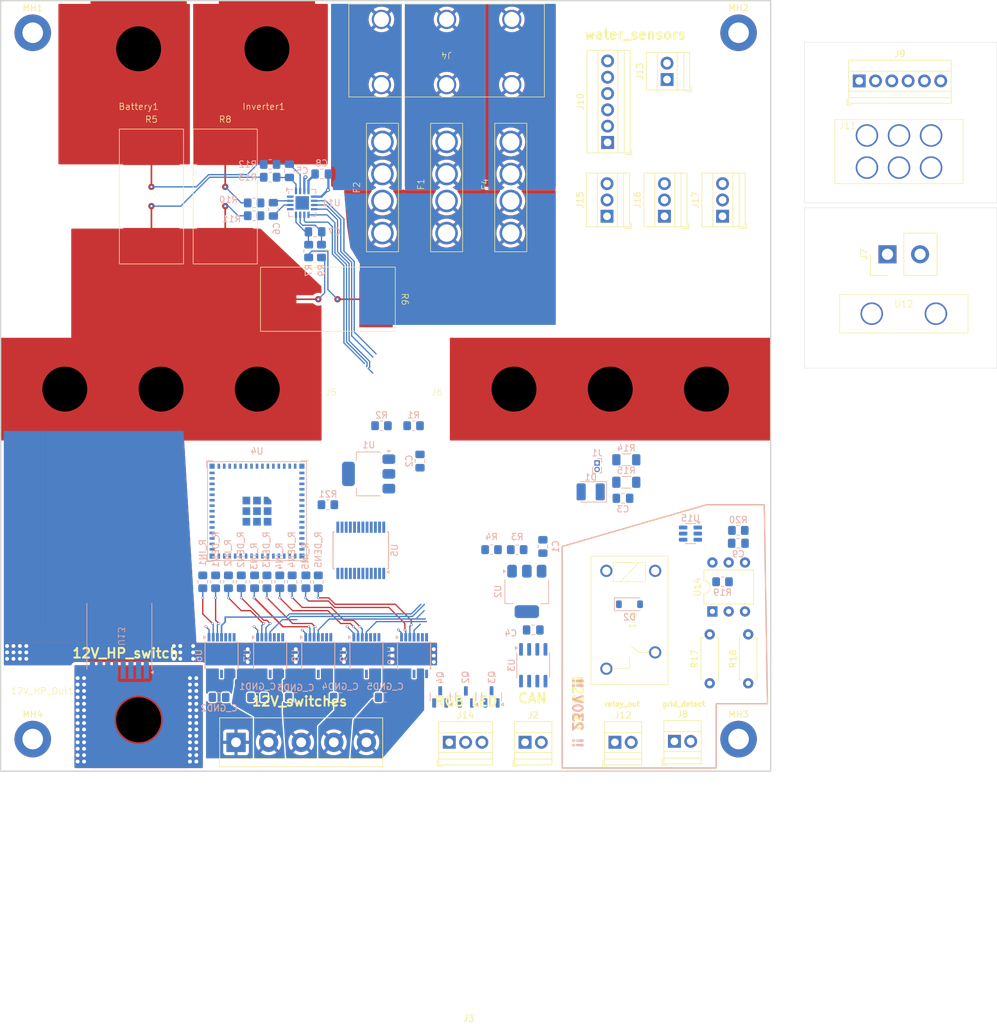
<source format=kicad_pcb>
(kicad_pcb (version 20240108) (generator "pcbnew") (generator_version "8.0")
  (layers (0 "F.Cu" signal) (31 "B.Cu" signal) (34 "B.Paste" user) (35 "F.Paste" user) (36 "B.SilkS" user "B.Silkscreen") (37 "F.SilkS" user "F.Silkscreen") (38 "B.Mask" user) (39 "F.Mask" user) (44 "Edge.Cuts" user))
  (net 0 "")
  (net 1 "GND")
  (net 2 "+3.3V")
  (net 3 "+5V")
  (net 4 "Net-(J3-Pin_1)")
  (net 5 "Net-(J3-Pin_2)")
  (net 6 "Net-(J3-Pin_3)")
  (net 7 "Net-(J3-Pin_4)")
  (net 8 "Net-(J3-Pin_5)")
  (net 9 "Net-(U1-ADJ)")
  (net 10 "Net-(U2-ADJ)")
  (net 11 "Net-(U6-DEN)")
  (net 12 "Net-(U7-DEN)")
  (net 13 "Net-(U11-IN+3)")
  (net 14 "Net-(U8-DEN)")
  (net 15 "Net-(U11-IN-3)")
  (net 16 "Net-(U11-IN+2)")
  (net 17 "Net-(U9-DEN)")
  (net 18 "Net-(U10-DEN)")
  (net 19 "Net-(U11-IN-2)")
  (net 20 "Net-(U11-IN-1)")
  (net 21 "Net-(U6-IN)")
  (net 22 "Net-(U7-IN)")
  (net 23 "Net-(U11-IN+1)")
  (net 24 "/central_control_unit/HP_GND")
  (net 25 "Net-(U8-IN)")
  (net 26 "Net-(U9-IN)")
  (net 27 "Net-(U10-IN)")
  (net 28 "Net-(F1-Pad1)")
  (net 29 "/central_control_unit/CAN_L")
  (net 30 "/central_control_unit/CAN_H")
  (net 31 "Net-(J11-lvl_1)")
  (net 32 "Net-(J11-lvl_2)")
  (net 33 "/central_control_unit/AC_DETECT")
  (net 34 "Net-(J11-lvl_5)")
  (net 35 "/central_control_unit/230V/V_Bat")
  (net 36 "Net-(D2-A)")
  (net 39 "Net-(J11-lvl_4)")
  (net 41 "/water_sensor/COM")
  (net 42 "Net-(J11-lvl_3)")
  (net 44 "Net-(J8-Pin_2)")
  (net 47 "Net-(J8-Pin_1)")
  (net 48 "/high_power/RSH5_HI")
  (net 49 "/central_control_unit/ws_lvl_1")
  (net 50 "/high_power/RSH5_LO")
  (net 54 "/central_control_unit/ws_lvl_2")
  (net 55 "/central_control_unit/water_sens_enable")
  (net 56 "/high_power/RSH6_HI")
  (net 58 "/central_control_unit/ws_lvl_4")
  (net 59 "/high_power/RSH6_LO")
  (net 81 "/high_power/RSH8_LO")
  (net 82 "/high_power/RSH8_HI")
  (net 83 "/central_control_unit/SDA")
  (net 84 "/central_control_unit/SCL")
  (net 85 "/central_control_unit/CH1_DIAG_EN")
  (net 86 "/central_control_unit/CH2_DAIG_EN")
  (net 87 "/central_control_unit/CH3_DAIG_EN")
  (net 88 "/central_control_unit/CH4_DAIG_EN")
  (net 89 "/central_control_unit/CH5_DAIG_EN")
  (net 90 "/central_control_unit/CH1_IN")
  (net 91 "/central_control_unit/CH2_IN")
  (net 92 "/central_control_unit/CH3_IN")
  (net 93 "/central_control_unit/CH4_IN")
  (net 94 "/central_control_unit/CH5_IN")
  (net 95 "/central_control_unit/CAN_RX")
  (net 96 "/central_control_unit/CAN_TX")
  (net 97 "/central_control_unit/CAN_SLEEP")
  (net 98 "/central_control_unit/DAC_2")
  (net 99 "/central_control_unit/strap pin")
  (net 100 "/central_control_unit/DAC_1")
  (net 101 "/central_control_unit/CH4_DIAG")
  (net 102 "/central_control_unit/CH3_DIAG")
  (net 103 "/central_control_unit/CH1_DIAG")
  (net 104 "/central_control_unit/CH2_DIAG")
  (net 105 "/central_control_unit/CH5_DIAG")
  (net 106 "/central_control_unit/MUX_ANALOG_COM")
  (net 107 "/central_control_unit/V_Bat")
  (net 108 "unconnected-(U11-WARNING-Pad8)")
  (net 110 "unconnected-(U11-PV-Pad10)")
  (net 111 "unconnected-(U11-CRITICAL-Pad9)")
  (net 114 "Net-(Battery1-Pad1)")
  (net 115 "Net-(Inverter1-Pad1)")
  (net 116 "/central_control_unit/12V_MCU")
  (net 117 "Net-(C3-Pad1)")
  (net 118 "Net-(R4-Pad2)")
  (net 119 "Net-(U3-VIO)")
  (net 120 "/central_control_unit/MUX_S2")
  (net 121 "/central_control_unit/MUX_S3")
  (net 122 "/central_control_unit/MUX_S1")
  (net 123 "/central_control_unit/MUX_S0")
  (net 124 "/central_control_unit/ws_lvl_5")
  (net 125 "Net-(J4-Pin_2)")
  (net 126 "Net-(J4-Pin_3)")
  (net 127 "Net-(J4-Pin_1)")
  (net 128 "/central_control_unit/ws_lvl_3")
  (net 129 "Net-(J12-Pin_1)")
  (net 130 "Net-(J12-Pin_2)")
  (net 131 "Net-(R17-Pad2)")
  (net 132 "Net-(R18-Pad2)")
  (net 133 "/central_control_unit/RELAY_IN")
  (net 134 "Net-(R20-Pad2)")
  (net 135 "/central_control_unit/LED_G")
  (net 136 "/central_control_unit/LED_R")
  (net 137 "/central_control_unit/LED_B")
  (net 147 "/central_control_unit/230V/HP_GND")
  (net 149 "Net-(12V_HP_Out1-Pad1)")
  (net 150 "/central_control_unit/grey_water_tank_full")
  (net 151 "Net-(J14-Pin_1)")
  (net 152 "Net-(J14-Pin_3)")
  (net 153 "Net-(J14-Pin_2)")
  (net 154 "/central_control_unit/LED_control/V_Bat")
  (net 155 "/central_control_unit/temp_sensors/1-WIRE")
  (net 156 "+3V3")
  (footprint "TerminalBlock:TerminalBlock_Xinya_XY308-2.54-3P_1x03_P2.54mm_Horizontal" (layer "F.Cu") (at 114.5 53.58 90)
    (property "Reference" "J15")
    (property "Value" "Conn_01x03")
  )
  (footprint "TerminalBlock:TerminalBlock_Xinya_XY308-2.54-2P_1x02_P2.54mm_Horizontal" (layer "F.Cu") (at 115.725 135.5)
    (property "Reference" "J12")
    (property "Value" "Conn_01x02")
  )
  (footprint "MountingHole:MountingHole_3.2mm_M3_ISO7380_Pad_TopBottom" (layer "F.Cu") (at 25 25)
    (property "Reference" "MH1")
    (property "Value" "MH")
  )
  (footprint "HeavyDuty:high_current_pad" (layer "F.Cu") (at 41.5 132)
    (property "Reference" "12V_HP_Out1")
    (property "Value" "~")
  )
  (footprint "MountingHole:MountingHole_3.2mm_M3_ISO7380_Pad_TopBottom" (layer "F.Cu") (at 25 135)
    (property "Reference" "MH4")
    (property "Value" "MH")
  )
  (footprint "TerminalBlock:TerminalBlock_Xinya_XY308-2.54-3P_1x03_P2.54mm_Horizontal" (layer "F.Cu") (at 123.45 53.58 90)
    (property "Reference" "J16")
    (property "Value" "Conn_01x03")
  )
  (footprint "TerminalBlock:TerminalBlock_Xinya_XY308-2.54-6P_1x06_P2.54mm_Horizontal" (layer "F.Cu") (at 153.8 32.5)
    (property "Reference" "J9")
    (property "Value" "water_sensor_conn")
  )
  (footprint "TerminalBlock:TerminalBlock_Xinya_XY308-2.54-2P_1x02_P2.54mm_Horizontal" (layer "F.Cu") (at 125 135.35)
    (property "Reference" "J8")
    (property "Value" "Conn_01x02")
  )
  (footprint "TerminalBlock:TerminalBlock_Xinya_XY308-2.54-3P_1x03_P2.54mm_Horizontal" (layer "F.Cu") (at 132.5 53.58 90)
    (property "Reference" "J17")
    (property "Value" "Conn_01x03")
  )
  (footprint "MountingHole:MountingHole_3.2mm_M3_ISO7380_Pad_TopBottom" (layer "F.Cu") (at 135 135)
    (property "Reference" "MH3")
    (property "Value" "MH")
  )
  (footprint "HeavyDuty:2_water_sensor_rods" (layer "F.Cu") (at 160.75 68.75)
    (property "Reference" "U12")
    (property "Value" "~")
  )
  (footprint "Resistor_THT:R_Axial_DIN0207_L6.3mm_D2.5mm_P7.62mm_Horizontal" (layer "F.Cu") (at 130.5 126.31 90)
    (property "Reference" "R17")
    (property "Value" "100k")
  )
  (footprint "Connector_Samtec_HPM_THT:Samtec_HPM-02-01-x-S_Straight_1x02_Pitch5.08mm" (layer "F.Cu") (at 158.205 59.5 90)
    (property "Reference" "J7")
    (property "Value" "Conn_01x02")
  )
  (footprint "HeavyDuty:MSRSF_shunt_resistor" (layer "F.Cu") (at 71 66.5 180)
    (property "Reference" "R6")
    (property "Value" "0.003 Ohm 10W")
  )
  (footprint "HeavyDuty:half_busbar-15mm" (layer "F.Cu") (at 45 80.5)
    (property "Reference" "J5")
    (property "Value" "12V_BusBar")
  )
  (footprint "HeavyDuty:ATO_fuse_holder" (layer "F.Cu") (at 99.5 49.1 90)
    (property "Reference" "F4")
    (property "Value" "20A")
  )
  (footprint "HeavyDuty:MSRSF_shunt_resistor" (layer "F.Cu") (at 43.5 50.5 -90)
    (property "Reference" "R5")
    (property "Value" "0.001 Ohm 10W")
  )
  (footprint "HeavyDuty:water_sensor_rods" (layer "F.Cu") (at 160 43.5)
    (property "Reference" "J11")
    (property "Value" "~")
  )
  (footprint "HeavyDuty:3p_terminal" (layer "F.Cu") (at 89.5 28 180)
    (property "Reference" "J4")
    (property "Value" "Chargers_Conn")
  )
  (footprint "TerminalBlock:TerminalBlock_Xinya_XY308-2.54-6P_1x06_P2.54mm_Horizontal" (layer "F.Cu") (at 114.585 42.085 90)
    (property "Reference" "J10")
    (property "Value" "water_sensor_conn")
  )
  (footprint "Resistor_THT:R_Axial_DIN0207_L6.3mm_D2.5mm_P7.62mm_Horizontal" (layer "F.Cu") (at 136.5 126.31 90)
    (property "Reference" "R18")
    (property "Value" "100k")
  )
  (footprint "TerminalBlock:TerminalBlock_bornier-5_P5.08mm" (layer "F.Cu") (at 56.68 135.5)
    (property "Reference" "J3")
    (property "Value" "Conn 12V Out 5ch")
  )
  (footprint "HeavyDuty:MSRSF_shunt_resistor" (layer "F.Cu") (at 55 50.5 -90)
    (property "Reference" "R8")
    (property "Value" "0.001 Ohm 10W")
  )
  (footprint "TerminalBlock:TerminalBlock_Xinya_XY308-2.54-2P_1x02_P2.54mm_Horizontal" (layer "F.Cu") (at 101.725 135.5)
    (property "Reference" "J2")
    (property "Value" "CAN")
  )
  (footprint "HeavyDuty:PRE29-same-sky" (layer "F.Cu") (at 119 116.5 -90)
    (property "Reference" "RL1")
    (property "Value" "AZSR131-1AE-12D")
  )
  (footprint "TerminalBlock:TerminalBlock_Xinya_XY308-2.54-3P_1x03_P2.54mm_Horizontal" (layer "F.Cu") (at 89.92 135.5)
    (property "Reference" "J14")
    (property "Value" "Conn_01x03")
  )
  (footprint "TerminalBlock:TerminalBlock_Xinya_XY308-2.54-2P_1x02_P2.54mm_Horizontal" (layer "F.Cu") (at 123.85 32.275 90)
    (property "Reference" "J13")
    (property "Value" "grey_water_sensor")
  )
  (footprint "HeavyDuty:half_busbar-15mm" (layer "F.Cu") (at 115 80.5)
    (property "Reference" "J6")
    (property "Value" "GND_Busbar")
  )
  (footprint "HeavyDuty:ATO_fuse_holder" (layer "F.Cu") (at 89.5 49.1 90)
    (property "Reference" "F1")
    (property "Value" "20A")
  )
  (footprint "HeavyDuty:high_current_pad" (layer "F.Cu") (at 41.5 27.5)
    (property "Reference" "Battery1")
    (property "Value" "~")
  )
  (footprint "HeavyDuty:high_current_pad" (layer "F.Cu") (at 61.5 27.5 90)
    (property "Reference" "Inverter1")
    (property "Value" "~")
  )
  (footprint "HeavyDuty:ATO_fuse_holder" (layer "F.Cu") (at 79.5 49.1 90)
    (property "Reference" "F2")
    (property "Value" "20A")
  )
  (footprint "Package_DIP:DIP-6_W7.62mm" (layer "F.Cu") (at 130.92 115.12 90)
    (property "Reference" "U14")
    (property "Value" "H11AA1")
  )
  (footprint "MountingHole:MountingHole_3.2mm_M3_ISO7380_Pad_TopBottom" (layer "F.Cu") (at 135 25)
    (property "Reference" "MH2")
    (property "Value" "MH")
  )
  (footprint "Resistor_SMD:R_1206_3216Metric_Pad1.30x1.75mm_HandSolder" (layer "B.Cu") (at 117.5 95 180)
    (property "Reference" "R15")
    (property "Value" "4.7k")
  )
  (footprint "Resistor_SMD:R_0805_2012Metric_Pad1.20x1.40mm_HandSolder" (layer "B.Cu") (at 62 45.5)
    (property "Reference" "R12")
    (property "Value" "10 ohm")
  )
  (footprint "HeavyDuty:PG-HSOF-8" (layer "B.Cu") (at 38 119 90)
    (property "Reference" "U13")
    (property "Value" "BTS50010")
  )
  (footprint "PCM_Espressif:ESP32-S2-MINI-1U" (layer "B.Cu") (at 59.95 99.5 180)
    (property "Reference" "U4")
    (property "Value" "ESP32-S3-MINI-1U")
  )
  (footprint "Resistor_SMD:R_0805_2012Metric_Pad1.20x1.40mm_HandSolder" (layer "B.Cu") (at 59.5 51.5)
    (property "Reference" "R10")
    (property "Value" "10 ohm")
  )
  (footprint "Resistor_SMD:R_0805_2012Metric_Pad1.20x1.40mm_HandSolder" (layer "B.Cu") (at 65.425 110.5 -90)
    (property "Reference" "R_DEN4")
    (property "Value" "4.7k")
  )
  (footprint "Package_SO:SOIC-8_3.9x4.9mm_P1.27mm" (layer "B.Cu") (at 103 123.5 -90)
    (property "Reference" "U3")
    (property "Value" "TJA1051T-3")
  )
  (footprint "Capacitor_SMD:C_0805_2012Metric_Pad1.18x1.45mm_HandSolder" (layer "B.Cu") (at 103 118)
    (property "Reference" "C4")
    (property "Value" "22uF")
  )
  (footprint "Package_TO_SOT_SMD:SOT-223-3_TabPin2" (layer "B.Cu") (at 102 112 -90)
    (property "Reference" "U2")
    (property "Value" "AZ1117-ADJ")
  )
  (footprint "Connector_PinHeader_1.00mm:PinHeader_1x02_P1.00mm_Vertical" (layer "B.Cu") (at 112.95 92 180)
    (property "Reference" "J1")
    (property "Value" "GND NetTie")
  )
  (footprint "Resistor_SMD:R_0805_2012Metric_Pad1.20x1.40mm_HandSolder" (layer "B.Cu") (at 61.5 110.5 -90)
    (property "Reference" "R_DEN3")
    (property "Value" "4.7k")
  )
  (footprint "Package_SO:SSOP-24_5.3x8.2mm_P0.65mm" (layer "B.Cu") (at 76.125 105.6 90)
    (property "Reference" "U5")
    (property "Value" "CD74HC4067SM")
  )
  (footprint "Capacitor_SMD:C_0805_2012Metric_Pad1.18x1.45mm_HandSolder" (layer "B.Cu") (at 60.0375 128.5 180)
    (property "Reference" "C_GND1")
    (property "Value" "10nF")
  )
  (footprint "Resistor_SMD:R_0805_2012Metric_Pad1.20x1.40mm_HandSolder" (layer "B.Cu") (at 51.5 110.5 -90)
    (property "Reference" "R_IN1")
    (property "Value" "4.7k")
  )
  (footprint "Capacitor_SMD:C_0805_2012Metric_Pad1.18x1.45mm_HandSolder" (layer "B.Cu") (at 54.0375 128.5)
    (property "Reference" "C_GND2")
    (property "Value" "10nF")
  )
  (footprint "Resistor_SMD:R_0805_2012Metric_Pad1.20x1.40mm_HandSolder" (layer "B.Cu") (at 100.5 105.5 180)
    (property "Reference" "R3")
    (property "Value" "125")
  )
  (footprint "Resistor_SMD:R_0805_2012Metric_Pad1.20x1.40mm_HandSolder" (layer "B.Cu") (at 69.5 110.5 -90)
    (property "Reference" "R_DEN5")
    (property "Value" "4.7k")
  )
  (footprint "Package_SO:Infineon_PG-TSDSO-14-22" (layer "B.Cu") (at 69.5 122 -90)
    (property "Reference" "U8")
    (property "Value" "BTS7006")
  )
  (footprint "Resistor_SMD:R_0805_2012Metric_Pad1.20x1.40mm_HandSolder" (layer "B.Cu") (at 62 47.5)
    (property "Reference" "R13")
    (property "Value" "10 ohm")
  )
  (footprint "Resistor_SMD:R_0805_2012Metric_Pad1.20x1.40mm_HandSolder" (layer "B.Cu") (at 79.35 86.2 180)
    (property "Reference" "R2")
    (property "Value" "205")
  )
  (footprint "Resistor_SMD:R_0805_2012Metric_Pad1.20x1.40mm_HandSolder" (layer "B.Cu") (at 59.575 110.5 -90)
    (property "Reference" "R_IN3")
    (property "Value" "4.7k")
  )
  (footprint "Package_TO_SOT_SMD:SOT-223-3_TabPin2" (layer "B.Cu") (at 77.35 93.7 180)
    (property "Reference" "U1")
    (property "Value" "AZ1117-ADJ")
  )
  (footprint "Package_TO_SOT_SMD:SOT-23" (layer "B.Cu") (at 88.5 128.4375 90)
    (property "Reference" "Q4")
    (property "Value" "DMN2040U")
  )
  (footprint "Package_SO:Infineon_PG-TSDSO-14-22" (layer "B.Cu") (at 77 122 -90)
    (property "Reference" "U9")
    (property "Value" "BTS7006")
  )
  (footprint "Resistor_SMD:R_0805_2012Metric_Pad1.20x1.40mm_HandSolder" (layer "B.Cu") (at 132.5 110.5)
    (property "Reference" "R19")
    (property "Value" "4.7kΩ")
  )
  (footprint "Resistor_SMD:R_0805_2012Metric_Pad1.20x1.40mm_HandSolder" (layer "B.Cu") (at 59.5 53.5)
    (property "Reference" "R11")
    (property "Value" "10 ohm")
  )
  (footprint "Capacitor_SMD:C_0805_2012Metric_Pad1.18x1.45mm_HandSolder" (layer "B.Cu") (at 62.5 52.5 -90)
    (property "Reference" "C6")
    (property "Value" "1uF")
  )
  (footprint "Capacitor_SMD:C_0805_2012Metric_Pad1.18x1.45mm_HandSolder" (layer "B.Cu") (at 104.5 105 -90)
    (property "Reference" "C1")
    (property "Value" "10uF")
  )
  (footprint "Capacitor_SMD:C_0805_2012Metric_Pad1.18x1.45mm_HandSolder" (layer "B.Cu") (at 69 56)
    (property "Reference" "C7")
    (property "Value" "1uF")
  )
  (footprint "Resistor_SMD:R_0805_2012Metric_Pad1.20x1.40mm_HandSolder" (layer "B.Cu") (at 53.5 110.5 -90)
    (property "Reference" "R_DEN1")
    (property "Value" "4.7k")
  )
  (footprint "Capacitor_SMD:C_0805_2012Metric_Pad1.18x1.45mm_HandSolder" (layer "B.Cu") (at 79.925 128.5 180)
    (property "Reference" "C_GND5")
    (property "Value" "10nF")
  )
  (footprint "Package_SO:Infineon_PG-TSDSO-14-22" (layer "B.Cu") (at 84.425 122 -90)
    (property "Reference" "U10")
    (property "Value" "BTS7006")
  )
  (footprint "Capacitor_SMD:C_0805_2012Metric_Pad1.18x1.45mm_HandSolder" (layer "B.Cu") (at 72.925 128.5 180)
    (property "Reference" "C_GND4")
    (property "Value" "10nF")
  )
  (footprint "Capacitor_SMD:C_0805_2012Metric_Pad1.18x1.45mm_HandSolder" (layer "B.Cu") (at 85.35 91.7 -90)
    (property "Reference" "C2")
    (property "Value" "10uF")
  )
  (footprint "Resistor_SMD:R_0805_2012Metric_Pad1.20x1.40mm_HandSolder" (layer "B.Cu") (at 134.9625 102.5 180)
    (property "Reference" "R20")
    (property "Value" "50 Ohm")
  )
  (footprint "Resistor_SMD:R_0805_2012Metric_Pad1.20x1.40mm_HandSolder" (layer "B.Cu") (at 55.5 110.5 -90)
    (property "Reference" "R_IN2")
    (property "Value" "4.7k")
  )
  (footprint "Capacitor_SMD:C_0805_2012Metric_Pad1.18x1.45mm_HandSolder" (layer "B.Cu") (at 70.0375 47 180)
    (property "Reference" "C8")
    (property "Value" "1uF")
  )
  (footprint "Resistor_SMD:R_0805_2012Metric_Pad1.20x1.40mm_HandSolder" (layer "B.Cu") (at 68 59 90)
    (property "Reference" "R7")
    (property "Value" "10 ohm")
  )
  (footprint "Resistor_SMD:R_0805_2012Metric_Pad1.20x1.40mm_HandSolder" (layer "B.Cu") (at 67.575 110.5 -90)
    (property "Reference" "R_IN5")
    (property "Value" "4.7k")
  )
  (footprint "Resistor_SMD:R_1206_3216Metric_Pad1.30x1.75mm_HandSolder" (layer "B.Cu") (at 117.5 91.5 180)
    (property "Reference" "R14")
    (property "Value" "4.7k	")
  )
  (footprint "Resistor_SMD:R_0805_2012Metric_Pad1.20x1.40mm_HandSolder" (layer "B.Cu") (at 84.35 86.2 180)
    (property "Reference" "R1")
    (property "Value" "125")
  )
  (footprint "Capacitor_SMD:C_0805_2012Metric_Pad1.18x1.45mm_HandSolder" (layer "B.Cu") (at 65.925 128.5 180)
    (property "Reference" "C_GND3")
    (property "Value" "10nF")
  )
  (footprint "Resistor_SMD:R_0805_2012Metric_Pad1.20x1.40mm_HandSolder" (layer "B.Cu") (at 63.5 110.5 -90)
    (property "Reference" "R_IN4")
    (property "Value" "4.7k")
  )
  (footprint "Package_TO_SOT_SMD:SOT-23" (layer "B.Cu") (at 96.5 128.4375 90)
    (property "Reference" "Q3")
    (property "Value" "DMN2040U")
  )
  (footprint "Package_SO:Infineon_PG-TSDSO-14-22" (layer "B.Cu") (at 62 122 -90)
    (property "Reference" "U7")
    (property "Value" "BTS7006")
  )
  (footprint "Package_SO:Infineon_PG-TSDSO-14-22" (layer "B.Cu") (at 54.425 122 -90)
    (property "Reference" "U6")
    (property "Value" "BTS7006")
  )
  (footprint "Diode_SMD:D_1210_3225Metric_Pad1.42x2.65mm_HandSolder" (layer "B.Cu") (at 111.95 96.5 180)
    (property "Reference" "D1")
    (property "Value" "D")
  )
  (footprint "Resistor_SMD:R_0805_2012Metric_Pad1.20x1.40mm_HandSolder" (layer "B.Cu") (at 70 59 90)
    (property "Reference" "R9")
    (property "Value" "10 ohm")
  )
  (footprint "Resistor_SMD:R_0805_2012Metric_Pad1.20x1.40mm_HandSolder" (layer "B.Cu") (at 96.5 105.5 180)
    (property "Reference" "R4")
    (property "Value" "370")
  )
  (footprint "Resistor_SMD:R_0805_2012Metric_Pad1.20x1.40mm_HandSolder" (layer "B.Cu") (at 71 98.5 180)
    (property "Reference" "R21")
    (property "Value" "4.7k")
  )
  (footprint "Capacitor_SMD:C_0805_2012Metric_Pad1.18x1.45mm_HandSolder" (layer "B.Cu") (at 65 46.5 -90)
    (property "Reference" "C5")
    (property "Value" "1uF")
  )
  (footprint "Capacitor_SMD:C_0805_2012Metric_Pad1.18x1.45mm_HandSolder" (layer "B.Cu") (at 116.9875 97.5)
    (property "Reference" "C3")
    (property "Value" "22uF")
  )
  (footprint "Package_DFN_QFN:Texas_RGV0016A_VQFN-16-1EP_4x4mm_P0.65mm_EP2.1x2.1mm" (layer "B.Cu") (at 67 51.5 -90)
    (property "Reference" "U11")
    (property "Value" "INA3221")
  )
  (footprint "Package_TO_SOT_SMD:SOT-23-6" (layer "B.Cu") (at 127.5 103 180)
    (property "Reference" "U15")
    (property "Value" "CNY17-1")
  )
  (footprint "Resistor_SMD:R_0805_2012Metric_Pad1.20x1.40mm_HandSolder" (layer "B.Cu") (at 57.5 110.5 -90)
    (property "Reference" "R_DEN2")
    (property "Value" "4.7k")
  )
  (footprint "Package_TO_SOT_SMD:SOT-23" (layer "B.Cu") (at 92.5 128.4375 90)
    (property "Reference" "Q2")
    (property "Value" "DMN2040U")
  )
  (footprint "Diode_SMD:D_SOD-123" (layer "B.Cu") (at 118 114)
    (property "Reference" "D2")
    (property "Value" "1N4148W")
  )
  (footprint "Capacitor_SMD:C_0805_2012Metric_Pad1.18x1.45mm_HandSolder" (layer "B.Cu") (at 134.9625 104.5)
    (property "Reference" "C9")
    (property "Value" "4.7uF")
  )
  (gr_poly (pts (xy 131.5 139.5) (xy 131.5 129.5) (xy 139.5 129.5) (xy 139 98.5) (xy 130 98.5) (xy 107.5 105) (xy 107.5 131) (xy 107.5 131) (xy 107.5 139.5)) (stroke (width 0.2)) (fill none) (layer "B.SilkS"))
  (gr_poly (pts (xy 131.5 139.5) (xy 131.5 129.5) (xy 139.5 129.5) (xy 139 98.5) (xy 130 98.5) (xy 107.5 105) (xy 107.5 131) (xy 107.5 131) (xy 107.5 139.5)) (stroke (width 0.2)) (fill none) (layer "F.SilkS"))
  (gr_rect (start 20 20) (end 140 140) (stroke (width 0.2)) (fill none) (layer "Edge.Cuts"))
  (gr_rect (start 145.25 52.25) (end 175.25 77.25) (stroke (width 0.05)) (fill none) (layer "Edge.Cuts"))
  (gr_rect (start 145.25 26.5) (end 175.25 51.5) (stroke (width 0.05)) (fill none) (layer "Edge.Cuts"))
  (gr_text "!! 230V !!" (at 109 136.5 -90) (layer "B.SilkS") (effects (font (size 1.5 1.5) (thickness 0.3) (bold yes)) (justify left bottom mirror)))
  (gr_text "relay_out" (at 114 130 0) (layer "F.SilkS") (effects (font (size 0.8 0.8) (thickness 0.2) (bold yes)) (justify left bottom)))
  (gr_text "!!230V!!" (at 109 125 -90) (layer "F.SilkS") (effects (font (size 1.5 1.5) (thickness 0.3) (bold yes)) (justify left bottom)))
  (gr_text "12V_HP_switch" (at 31 122.5 0) (layer "F.SilkS") (effects (font (size 1.5 1.5) (thickness 0.3) (bold yes)) (justify left bottom)))
  (gr_text "CAN\n" (at 100.5 129.5 0) (layer "F.SilkS") (effects (font (size 1.5 1.5) (thickness 0.3) (bold yes)) (justify left bottom)))
  (gr_text "RGB LED" (at 87.5 130 0) (layer "F.SilkS") (effects (font (size 1.5 1.5) (thickness 0.3) (bold yes)) (justify left bottom)))
  (gr_text "grid_detect" (at 123 130 0) (layer "F.SilkS") (effects (font (size 0.8 0.8) (thickness 0.2) (bold yes)) (justify left bottom)))
  (gr_text "12V_switches" (at 59 130 0) (layer "F.SilkS") (effects (font (size 1.5 1.5) (thickness 0.3) (bold yes)) (justify left bottom)))
  (gr_text "water_sensors\n" (at 110.85 26.155 0) (layer "F.SilkS") (effects (font (size 1.5 1.5) (thickness 0.3) (bold yes)) (justify left bottom)))
  (via (at 67.5 47.5) (size 0.6) (drill 0.3) (layers "F.Cu" "B.Cu") (net 1))
  (via (at 71 49.5) (size 0.6) (drill 0.3) (layers "F.Cu" "B.Cu") (net 1))
  (segment (start 71.075 49.425) (end 71.075 47) (width 0.35) (layer "B.Cu") (net 1))
  (segment (start 67.5 47.5) (end 67.325 47.675) (width 0.35) (layer "B.Cu") (net 1))
  (segment (start 71 49.5) (end 71.075 49.425) (width 0.35) (layer "B.Cu") (net 1))
  (segment (start 68.8625 50.525) (end 69.975 50.525) (width 0.35) (layer "B.Cu") (net 1))
  (segment (start 67.325 47.675) (end 67.325 49.6375) (width 0.35) (layer "B.Cu") (net 1))
  (segment (start 69.975 50.525) (end 71 49.5) (width 0.35) (layer "B.Cu") (net 1))
  (segment (start 67.975 48.025) (end 69 47) (width 0.35) (layer "B.Cu") (net 2))
  (segment (start 67.975 49.6375) (end 67.975 48.025) (width 0.35) (layer "B.Cu") (net 2))
  (segment (start 53.5 113) (end 53.5 116) (width 0.2) (layer "F.Cu") (net 11))
  (segment (start 54 117) (end 53.5 116.5) (width 0.2) (layer "F.Cu") (net 11))
  (segment (start 53.5 116.5) (end 53.5 116) (width 0.2) (layer "F.Cu") (net 11))
  (via (at 53.5 113) (size 0.4) (drill 0.25) (layers "F.Cu" "B.Cu") (net 11))
  (via (at 54 117) (size 0.4) (drill 0.25) (layers "F.Cu" "B.Cu") (net 11))
  (segment (start 53.775 117.225) (end 53.775 119.15) (width 0.2) (layer "B.Cu") (net 11))
  (segment (start 53.5 111.5) (end 53.5 113) (width 0.2) (layer "B.Cu") (net 11))
  (segment (start 54 117) (end 53.775 117.225) (width 0.2) (layer "B.Cu") (net 11))
  (segment (start 61 116.5) (end 61.5 116.5) (width 0.2) (layer "F.Cu") (net 12))
  (segment (start 57.5 113) (end 61 116.5) (width 0.2) (layer "F.Cu") (net 12))
  (segment (start 61.5 116.5) (end 62 117) (width 0.2) (layer "F.Cu") (net 12))
  (via (at 62 117) (size 0.4) (drill 0.25) (layers "F.Cu" "B.Cu") (net 12))
  (via (at 57.5 113) (size 0.4) (drill 0.25) (layers "F.Cu" "B.Cu") (net 12))
  (segment (start 61.35 119.15) (end 61.35 117.65) (width 0.2) (layer "B.Cu") (net 12))
  (segment (start 57.5 111.5) (end 57.5 113) (width 0.2) (layer "B.Cu") (net 12))
  (segment (start 61.35 117.65) (end 62 117) (width 0.2) (layer "B.Cu") (net 12))
  (segment (start 65 45.4625) (end 66.675 47.1375) (width 0.2) (layer "B.Cu") (net 13))
  (segment (start 66.675 47.175) (end 66.675 49.6375) (width 0.2) (layer "B.Cu") (net 13))
  (segment (start 65 45.4625) (end 63.0375 45.4625) (width 0.2) (layer "B.Cu") (net 13))
  (segment (start 63.0375 45.4625) (end 63 45.5) (width 0.2) (layer "B.Cu") (net 13))
  (segment (start 66.675 47.1375) (end 66.675 47.175) (width 0.2) (layer "B.Cu") (net 13))
  (segment (start 68.5 117) (end 65.5 117) (width 0.2) (layer "F.Cu") (net 14))
  (segment (start 65.5 117) (end 61.5 113) (width 0.2) (layer "F.Cu") (net 14))
  (segment (start 69 117.5) (end 68.5 117) (width 0.2) (layer "F.Cu") (net 14))
  (via (at 61.5 113) (size 0.4) (drill 0.25) (layers "F.Cu" "B.Cu") (net 14))
  (via (at 69 117.5) (size 0.4) (drill 0.25) (layers "F.Cu" "B.Cu") (net 14))
  (segment (start 68.85 117.65) (end 69 117.5) (width 0.2) (layer "B.Cu") (net 14))
  (segment (start 61.5 111.5) (end 61.5 113) (width 0.2) (layer "B.Cu") (net 14))
  (segment (start 68.85 119.15) (end 68.85 117.65) (width 0.2) (layer "B.Cu") (net 14))
  (segment (start 63.0375 47.5375) (end 63 47.5) (width 0.2) (layer "B.Cu") (net 15))
  (segment (start 65 47.5375) (end 63.0375 47.5375) (width 0.2) (layer "B.Cu") (net 15))
  (segment (start 66.025 48.5625) (end 65 47.5375) (width 0.2) (layer "B.Cu") (net 15))
  (segment (start 66.025 49.6375) (end 66.025 48.5625) (width 0.2) (layer "B.Cu") (net 15))
  (segment (start 62.5 51.4625) (end 62.7875 51.175) (width 0.2) (layer "B.Cu") (net 16))
  (segment (start 62.7875 51.175) (end 65.1375 51.175) (width 0.2) (layer "B.Cu") (net 16))
  (segment (start 71.5 114.5) (end 73.5 116.5) (width 0.2) (layer "F.Cu") (net 17))
  (segment (start 73.5 116.5) (end 75 116.5) (width 0.2) (layer "F.Cu") (net 17))
  (segment (start 65.425 112.925) (end 67 114.5) (width 0.2) (layer "F.Cu") (net 17))
  (segment (start 75 116.5) (end 76 117.5) (width 0.2) (layer "F.Cu") (net 17))
  (segment (start 67 114.5) (end 71.5 114.5) (width 0.2) (layer "F.Cu") (net 17))
  (via (at 76 117.5) (size 0.4) (drill 0.25) (layers "F.Cu" "B.Cu") (net 17))
  (via (at 65.425 112.925) (size 0.4) (drill 0.25) (layers "F.Cu" "B.Cu") (net 17))
  (segment (start 76.35 117.85) (end 76 117.5) (width 0.2) (layer "B.Cu") (net 17))
  (segment (start 65.425 112.925) (end 65.425 111.5) (width 0.2) (layer "B.Cu") (net 17))
  (segment (start 76.35 119.15) (end 76.35 117.85) (width 0.2) (layer "B.Cu") (net 17))
  (segment (start 71.131372 113) (end 69.5 113) (width 0.2) (layer "F.Cu") (net 18))
  (segment (start 84 116.5) (end 81.5 114) (width 0.2) (layer "F.Cu") (net 18))
  (segment (start 72.131372 114) (end 71.131372 113) (width 0.2) (layer "F.Cu") (net 18))
  (segment (start 81.5 114) (end 72.131372 114) (width 0.2) (layer "F.Cu") (net 18))
  (segment (start 84 117.2) (end 84 116.5) (width 0.2) (layer "F.Cu") (net 18))
  (via (at 84 117.2) (size 0.4) (drill 0.25) (layers "F.Cu" "B.Cu") (net 18))
  (via (at 69.5 113) (size 0.4) (drill 0.25) (layers "F.Cu" "B.Cu") (net 18))
  (segment (start 69.5 111.5) (end 69.5 113) (width 0.2) (layer "B.Cu") (net 18))
  (segment (start 83.775 117.425) (end 83.775 119.15) (width 0.2) (layer "B.Cu") (net 18))
  (segment (start 84 117.2) (end 83.775 117.425) (width 0.2) (layer "B.Cu") (net 18))
  (segment (start 62.5 53.5) (end 62.5 53.5375) (width 0.2) (layer "B.Cu") (net 19))
  (segment (start 65.1375 51.825) (end 64.175 51.825) (width 0.2) (layer "B.Cu") (net 19))
  (segment (start 64.175 51.825) (end 62.5 53.5) (width 0.2) (layer "B.Cu") (net 19))
  (segment (start 70 56.0375) (end 70.0375 56) (width 0.2) (layer "B.Cu") (net 20))
  (segment (start 66.675 54.609314) (end 67.040686 54.975) (width 0.2) (layer "B.Cu") (net 20))
  (segment (start 66.675 53.3625) (end 66.675 54.609314) (width 0.2) (layer "B.Cu") (net 20))
  (segment (start 67.040686 54.975) (end 69.0125 54.975) (width 0.2) (layer "B.Cu") (net 20))
  (segment (start 70 58) (end 70 56.0375) (width 0.2) (layer "B.Cu") (net 20))
  (segment (start 69.0125 54.975) (end 70.0375 56) (width 0.2) (layer "B.Cu") (net 20))
  (segment (start 51.5 113) (end 51.5 115.5) (width 0.2) (layer "F.Cu") (net 21))
  (segment (start 51.5 115.5) (end 53 117) (width 0.2) (layer "F.Cu") (net 21))
  (via (at 53 117) (size 0.4) (drill 0.25) (layers "F.Cu" "B.Cu") (net 21))
  (via (at 51.5 113) (size 0.4) (drill 0.25) (layers "F.Cu" "B.Cu") (net 21))
  (segment (start 51.5 111.5) (end 51.5 113) (width 0.2) (layer "B.Cu") (net 21))
  (segment (start 53.125 117.125) (end 53 117) (width 0.2) (layer "B.Cu") (net 21))
  (segment (start 53.125 119.15) (end 53.125 117.125) (width 0.2) (layer "B.Cu") (net 21))
  (segment (start 57.5 115) (end 58.934314 115) (width 0.2) (layer "F.Cu") (net 22))
  (segment (start 55.5 113) (end 57.5 115) (width 0.2) (layer "F.Cu") (net 22))
  (segment (start 60.934314 117) (end 61 117) (width 0.2) (layer "F.Cu") (net 22))
  (segment (start 58.934314 115) (end 60.934314 117) (width 0.2) (layer "F.Cu") (net 22))
  (via (at 55.5 113) (size 0.4) (drill 0.25) (layers "F.Cu" "B.Cu") (net 22))
  (via (at 61 117) (size 0.4) (drill 0.25) (layers "F.Cu" "B.Cu") (net 22))
  (segment (start 60.7 119.15) (end 60.7 117.3) (width 0.2) (layer "B.Cu") (net 22))
  (segment (start 60.7 117.3) (end 61 117) (width 0.2) (layer "B.Cu") (net 22))
  (segment (start 55.5 111.5) (end 55.5 113) (width 0.2) (layer "B.Cu") (net 22))
  (segment (start 67.5 56) (end 66.025 54.525) (width 0.2) (layer "B.Cu") (net 23))
  (segment (start 67.9625 56) (end 67.9625 57.9625) (width 0.2) (layer "B.Cu") (net 23))
  (segment (start 67.9625 57.9625) (end 68 58) (width 0.2) (layer "B.Cu") (net 23))
  (segment (start 67.9625 56) (end 67.5 56) (width 0.2) (layer "B.Cu") (net 23))
  (segment (start 66.025 54.525) (end 66.025 53.3625) (width 0.2) (layer "B.Cu") (net 23))
  (via (at 52 117.5) (size 0.4) (drill 0.25) (layers "F.Cu" "B.Cu") (net 24))
  (via (at 67 118) (size 0.4) (drill 0.25) (layers "F.Cu" "B.Cu") (net 24))
  (via (at 74 117.5) (size 0.4) (drill 0.25) (layers "F.Cu" "B.Cu") (net 24))
  (via (at 82 118) (size 0.4) (drill 0.25) (layers "F.Cu" "B.Cu") (net 24))
  (via (at 59.5 117.5) (size 0.4) (drill 0.25) (layers "F.Cu" "B.Cu") (net 24))
  (segment (start 82.475 119.15) (end 82.475 118.475) (width 0.2) (layer "B.Cu") (net 24))
  (segment (start 67.55 119.15) (end 67.55 118.55) (width 0.2) (layer "B.Cu") (net 24))
  (segment (start 60.05 118.05) (end 60.05 119.15) (width 0.2) (layer "B.Cu") (net 24))
  (segment (start 59.5 117.5) (end 60.05 118.05) (width 0.2) (layer "B.Cu") (net 24))
  (segment (start 67.55 118.55) (end 67 118) (width 0.2) (layer "B.Cu") (net 24))
  (segment (start 75.05 118.55) (end 74 117.5) (width 0.2) (layer "B.Cu") (net 24))
  (segment (start 52.475 119.15) (end 52.475 117.975) (width 0.2) (layer "B.Cu") (net 24))
  (segment (start 82.475 118.475) (end 82 118) (width 0.2) (layer "B.Cu") (net 24))
  (segment (start 75.05 119.15) (end 75.05 118.55) (width 0.2) (layer "B.Cu") (net 24))
  (segment (start 52.475 117.975) (end 52 117.5) (width 0.2) (layer "B.Cu") (net 24))
  (segment (start 68 117.5) (end 64 117.5) (width 0.2) (layer "F.Cu") (net 25))
  (segment (start 59.5 113) (end 64 117.5) (width 0.254) (layer "F.Cu") (net 25))
  (via (at 68 117.5) (size 0.4) (drill 0.25) (layers "F.Cu" "B.Cu") (net 25))
  (via (at 59.5 113) (size 0.4) (drill 0.25) (layers "F.Cu" "B.Cu") (net 25))
  (segment (start 68.2 117.7) (end 68 117.5) (width 0.2) (layer "B.Cu") (net 25))
  (segment (start 68.2 119.15) (end 68.2 117.7) (width 0.2) (layer "B.Cu") (net 25))
  (segment (start 59.575 111.5) (end 59.5 113) (width 0.2) (layer "B.Cu") (net 25))
  (segment (start 71 115) (end 73 117) (width 0.2) (layer "F.Cu") (net 26))
  (segment (start 75 117.5) (end 74.5 117) (width 0.2) (layer "F.Cu") (net 26))
  (segment (start 65.5 115) (end 71 115) (width 0.2) (layer "F.Cu") (net 26))
  (segment (start 63.5 113) (end 65.5 115) (width 0.2) (layer "F.Cu") (net 26))
  (segment (start 73 117) (end 74.5 117) (width 0.2) (layer "F.Cu") (net 26))
  (via (at 75 117.5) (size 0.4) (drill 0.25) (layers "F.Cu" "B.Cu") (net 26))
  (via (at 63.5 113) (size 0.4) (drill 0.25) (layers "F.Cu" "B.Cu") (net 26))
  (segment (start 75.7 119.15) (end 75.7 118.2) (width 0.2) (layer "B.Cu") (net 26))
  (segment (start 75.7 118.2) (end 75 117.5) (width 0.2) (layer "B.Cu") (net 26))
  (segment (start 63.5 111.5) (end 63.5 113) (width 0.2) (layer "B.Cu") (net 26))
  (segment (start 80.5 114.5) (end 72.065686 114.5) (width 0.2) (layer "F.Cu") (net 27))
  (segment (start 72.065686 114.5) (end 71.065686 113.5) (width 0.2) (layer "F.Cu") (net 27))
  (segment (start 71.065686 113.5) (end 68 113.5) (width 0.2) (layer "F.Cu") (net 27))
  (segment (start 83 118) (end 83 117) (width 0.2) (layer "F.Cu") (net 27))
  (segment (start 68 113.5) (end 67.5 113) (width 0.2) (layer "F.Cu") (net 27))
  (segment (start 83 117) (end 80.5 114.5) (width 0.2) (layer "F.Cu") (net 27))
  (via (at 67.5 113) (size 0.4) (drill 0.25) (layers "F.Cu" "B.Cu") (net 27))
  (via (at 83 118) (size 0.4) (drill 0.25) (layers "F.Cu" "B.Cu") (net 27))
  (segment (start 83.125 118.125) (end 83 118) (width 0.2) (layer "B.Cu") (net 27))
  (segment (start 83.125 119.15) (end 83.125 118.125) (width 0.2) (layer "B.Cu") (net 27))
  (segment (start 67.5 113) (end 67.9 113.4) (width 0.2) (layer "B.Cu") (net 27))
  (segment (start 67.575 111.5) (end 67.5 113) (width 0.2) (layer "B.Cu") (net 27))
  (via (at 43.5 49) (size 0.6) (drill 0.3) (layers "F.Cu" "B.Cu") (net 48))
  (segment (start 52.4 47.1) (end 50.5 49) (width 0.2) (layer "B.Cu") (net 48))
  (segment (start 43.5 49) (end 50.5 49) (width 0.2) (layer "B.Cu") (net 48))
  (segment (start 61 45.5) (end 60 45.5) (width 0.2) (layer "B.Cu") (net 48))
  (segment (start 60 45.5) (end 58.4 47.1) (width 0.2) (layer "B.Cu") (net 48))
  (segment (start 58.4 47.1) (end 52.4 47.1) (width 0.2) (layer "B.Cu") (net 48))
  (via (at 43.5 52) (size 0.6) (drill 0.3) (layers "F.Cu" "B.Cu") (net 50))
  (segment (start 52.565686 47.5) (end 61 47.5) (width 0.2) (layer "B.Cu") (net 50))
  (segment (start 43.5 52) (end 48.065686 52) (width 0.2) (layer "B.Cu") (net 50))
  (segment (start 48.065686 52) (end 52.565686 47.5) (width 0.2) (layer "B.Cu") (net 50))
  (via (at 72.5 66.5) (size 0.6) (drill 0.3) (layers "F.Cu" "B.Cu") (net 56))
  (segment (start 71 65) (end 71 59) (width 0.2) (layer "B.Cu") (net 56))
  (segment (start 71 59) (end 68.5 59) (width 0.2) (layer "B.Cu") (net 56))
  (segment (start 72.5 66.5) (end 71 65) (width 0.2) (layer "B.Cu") (net 56))
  (segment (start 68.5 59) (end 68 59.5) (width 0.2) (layer "B.Cu") (net 56))
  (via (at 69.5 66.5) (size 0.6) (drill 0.3) (layers "F.Cu" "B.Cu") (net 59))
  (segment (start 69.5 66.5) (end 70.5 65.5) (width 0.2) (layer "B.Cu") (net 59))
  (segment (start 70.5 65.5) (end 70.5 60.5) (width 0.2) (layer "B.Cu") (net 59))
  (segment (start 70.5 60.5) (end 70 60) (width 0.2) (layer "B.Cu") (net 59))
  (via (at 55 52) (size 0.6) (drill 0.3) (layers "F.Cu" "B.Cu") (net 81))
  (segment (start 55 52) (end 55.5 52) (width 0.2) (layer "B.Cu") (net 81))
  (segment (start 55.5 52) (end 57 53.5) (width 0.2) (layer "B.Cu") (net 81))
  (segment (start 57 53.5) (end 58.5 53.5) (width 0.2) (layer "B.Cu") (net 81))
  (via (at 55 49) (size 0.6) (drill 0.3) (layers "F.Cu" "B.Cu") (net 82))
  (segment (start 58.5 51.5) (end 57.5 51.5) (width 0.2) (layer "B.Cu") (net 82))
  (segment (start 57.5 51.5) (end 55 49) (width 0.2) (layer "B.Cu") (net 82))
  (segment (start 73 54.065686) (end 73 59.065686) (width 0.2) (layer "B.Cu") (net 83))
  (segment (start 74.7 60.765686) (end 74.7 72.2) (width 0.2) (layer "B.Cu") (net 83))
  (segment (start 68.8625 51.825) (end 70.759314 51.825) (width 0.2) (layer "B.Cu") (net 83))
  (segment (start 70.759314 51.825) (end 73 54.065686) (width 0.2) (layer "B.Cu") (net 83))
  (segment (start 74.7 72.2) (end 78 75.5) (width 0.2) (layer "B.Cu") (net 83))
  (segment (start 73 59.065686) (end 74.7 60.765686) (width 0.2) (layer "B.Cu") (net 83))
  (segment (start 68.8625 51.175) (end 70.675 51.175) (width 0.2) (layer "B.Cu") (net 84))
  (segment (start 75.1 71.6) (end 78.5 75) (width 0.2) (layer "B.Cu") (net 84))
  (segment (start 73.5 54) (end 73.5 59) (width 0.2) (layer "B.Cu") (net 84))
  (segment (start 73.5 59) (end 75.1 60.6) (width 0.2) (layer "B.Cu") (net 84))
  (segment (start 75.1 60.6) (end 75.1 71.6) (width 0.2) (layer "B.Cu") (net 84))
  (segment (start 70.675 51.175) (end 73.5 54) (width 0.2) (layer "B.Cu") (net 84))
  (segment (start 78.6 116.7) (end 77 118.3) (width 0.2) (layer "B.Cu") (net 101))
  (segment (start 77 118.3) (end 77 119.155) (width 0.2) (layer "B.Cu") (net 101))
  (segment (start 86.365686 116.7) (end 78.6 116.7) (width 0.2) (layer "B.Cu") (net 101))
  (segment (start 71.2 116.3) (end 69.5 118) (width 0.2) (layer "B.Cu") (net 102))
  (segment (start 86 115) (end 84.7 116.3) (width 0.2) (layer "B.Cu") (net 102))
  (segment (start 69.5 118) (end 69.5 119.155) (width 0.2) (layer "B.Cu") (net 102))
  (segment (start 86.2 116.3) (end 71.2 116.3) (width 0.2) (layer "B.Cu") (net 102))
  (segment (start 55 116.745291) (end 55 116) (width 0.254) (layer "B.Cu") (net 103))
  (segment (start 65 115.5) (end 84 115.5) (width 0.2) (layer "B.Cu") (net 103))
  (segment (start 55 116) (end 64.5 116) (width 0.2) (layer "B.Cu") (net 103))
  (segment (start 64.5 116) (end 65 115.5) (width 0.2) (layer "B.Cu") (net 103))
  (segment (start 84 115.5) (end 85.5 114) (width 0.2) (layer "B.Cu") (net 103))
  (segment (start 54.425 117.320291) (end 55 116.745291) (width 0.254) (layer "B.Cu") (net 103))
  (segment (start 54.425 119.155) (end 54.425 117.320291) (width 0.254) (layer "B.Cu") (net 103))
  (segment (start 84.165686 115.9) (end 65.165686 115.9) (width 0.2) (layer "B.Cu") (net 104))
  (segment (start 66.165686 116.4) (end 63.9 116.4) (width 0.2) (layer "B.Cu") (net 104))
  (segment (start 62 118.3) (end 62 119.155) (width 0.2) (layer "B.Cu") (net 104))
  (segment (start 86 114) (end 86 114.065686) (width 0.2) (layer "B.Cu") (net 104))
  (segment (start 65.165686 115.9) (end 64.665686 116.4) (width 0.2) (layer "B.Cu") (net 104))
  (segment (start 63.9 116.4) (end 62 118.3) (width 0.2) (layer "B.Cu") (net 104))
  (segment (start 86 114.065686) (end 84.165686 115.9) (width 0.2) (layer "B.Cu") (net 104))
  (segment (start 84.425 118.075) (end 85.4 117.1) (width 0.2) (layer "B.Cu") (net 105))
  (segment (start 84.425 119.155) (end 84.425 118.075) (width 0.2) (layer "B.Cu") (net 105))
  (via (at 73.5 121) (size 0.75) (drill 0.6) (layers "F.Cu" "B.Cu") (net 107))
  (via (at 23 121.5) (size 0.75) (drill 0.6) (layers "F.Cu" "B.Cu") (net 107))
  (via (at 24 120.5) (size 0.75) (drill 0.6) (layers "F.Cu" "B.Cu") (net 107))
  (via (at 21 120.5) (size 0.75) (drill 0.6) (layers "F.Cu" "B.Cu") (net 107))
  (via (at 22 121.5) (size 0.75) (drill 0.6) (layers "F.Cu" "B.Cu") (net 107))
  (via (at 66 122) (size 0.75) (drill 0.6) (layers "F.Cu" "B.Cu") (net 107))
  (via (at 87.5 123) (size 0.75) (drill 0.6) (layers "F.Cu" "B.Cu") (net 107))
  (via (at 24 121.5) (size 0.75) (drill 0.6) (layers "F.Cu" "B.Cu") (net 107))
  (via (at 50 121.5) (size 0.75) (drill 0.6) (layers "F.Cu" "B.Cu") (net 107))
  (via (at 22 120.5) (size 0.75) (drill 0.6) (layers "F.Cu" "B.Cu") (net 107))
  (via (at 66 121) (size 0.75) (drill 0.6) (layers "F.Cu" "B.Cu") (net 107))
  (via (at 50 120.5) (size 0.75) (drill 0.6) (layers "F.Cu" "B.Cu") (net 107))
  (via (at 47 121.5) (size 0.75) (drill 0.6) (layers "F.Cu" "B.Cu") (net 107))
  (via (at 21 122.5) (size 0.75) (drill 0.6) (layers "F.Cu" "B.Cu") (net 107))
  (via (at 81 122) (size 0.75) (drill 0.6) (layers "F.Cu" "B.Cu") (net 107))
  (via (at 73.5 123) (size 0.75) (drill 0.6) (layers "F.Cu" "B.Cu") (net 107))
  (via (at 47 122.5) (size 0.75) (drill 0.6) (layers "F.Cu" "B.Cu") (net 107))
  (via (at 23 120.5) (size 0.75) (drill 0.6) (layers "F.Cu" "B.Cu") (net 107))
  (via (at 48 122.5) (size 0.75) (drill 0.6) (layers "F.Cu" "B.Cu") (net 107))
  (via (at 73.5 122) (size 0.75) (drill 0.6) (layers "F.Cu" "B.Cu") (net 107))
  (via (at 48 120.5) (size 0.75) (drill 0.6) (layers "F.Cu" "B.Cu") (net 107))
  (via (at 87.5 122) (size 0.75) (drill 0.6) (layers "F.Cu" "B.Cu") (net 107))
  (via (at 87.5 121) (size 0.75) (drill 0.6) (layers "F.Cu" "B.Cu") (net 107))
  (via (at 48 121.5) (size 0.75) (drill 0.6) (layers "F.Cu" "B.Cu") (net 107))
  (via (at 22 122.5) (size 0.75) (drill 0.6) (layers "F.Cu" "B.Cu") (net 107))
  (via (at 58.5 123) (size 0.75) (drill 0.6) (layers "F.Cu" "B.Cu") (net 107))
  (via (at 66 123) (size 0.75) (drill 0.6) (layers "F.Cu" "B.Cu") (net 107))
  (via (at 23 122.5) (size 0.75) (drill 0.6) (layers "F.Cu" "B.Cu") (net 107))
  (via (at 58.5 122) (size 0.75) (drill 0.6) (layers "F.Cu" "B.Cu") (net 107))
  (via (at 81 121) (size 0.75) (drill 0.6) (layers "F.Cu" "B.Cu") (net 107))
  (via (at 47 120.5) (size 0.75) (drill 0.6) (layers "F.Cu" "B.Cu") (net 107))
  (via (at 58.5 121) (size 0.75) (drill 0.6) (layers "F.Cu" "B.Cu") (net 107))
  (via (at 81 123) (size 0.75) (drill 0.6) (layers "F.Cu" "B.Cu") (net 107))
  (via (at 24 122.5) (size 0.75) (drill 0.6) (layers "F.Cu" "B.Cu") (net 107))
  (via (at 50 122.5) (size 0.75) (drill 0.6) (layers "F.Cu" "B.Cu") (net 107))
  (via (at 21 121.5) (size 0.75) (drill 0.6) (layers "F.Cu" "B.Cu") (net 107))
  (segment (start 70.843628 52.475) (end 72.5 54.131372) (width 0.2) (layer "B.Cu") (net 108))
  (segment (start 77.5 77.065685) (end 77.282843 77.282843) (width 0.2) (layer "B.Cu") (net 108))
  (segment (start 74.3 72.968628) (end 77.5 76.168628) (width 0.2) (layer "B.Cu") (net 108))
  (segment (start 74.3 60.931372) (end 74.3 72.968628) (width 0.2) (layer "B.Cu") (net 108))
  (segment (start 72.5 54.131372) (end 72.5 59.131372) (width 0.2) (layer "B.Cu") (net 108))
  (segment (start 72.5 59.131372) (end 74.3 60.931372) (width 0.2) (layer "B.Cu") (net 108))
  (segment (start 68.8625 52.475) (end 70.843628 52.475) (width 0.2) (layer "B.Cu") (net 108))
  (segment (start 77.5 76.168628) (end 77.5 77.065685) (width 0.2) (layer "B.Cu") (net 108))
  (segment (start 77.282843 77.282843) (end 78 78) (width 0.2) (layer "B.Cu") (net 108))
  (segment (start 71 54.5) (end 71.7 55.2) (width 0.2) (layer "B.Cu") (net 110))
  (segment (start 73.5 73.3) (end 76.7 76.5) (width 0.2) (layer "B.Cu") (net 110))
  (segment (start 71.7 55.2) (end 71.7 59.462744) (width 0.2) (layer "B.Cu") (net 110))
  (segment (start 73.5 61.262744) (end 73.5 73.3) (width 0.2) (layer "B.Cu") (net 110))
  (segment (start 71.7 59.462744) (end 73.5 61.262744) (width 0.2) (layer "B.Cu") (net 110))
  (segment (start 67.5 54.5) (end 71 54.5) (width 0.2) (layer "B.Cu") (net 110))
  (segment (start 67.325 54.325) (end 67.5 54.5) (width 0.2) (layer "B.Cu") (net 110))
  (segment (start 67.325 53.3625) (end 67.325 54.325) (width 0.2) (layer "B.Cu") (net 110))
  (segment (start 77.1 76.334314) (end 77.1 76.9) (width 0.2) (layer "B.Cu") (net 111))
  (segment (start 77.1 76.9) (end 77 77) (width 0.2) (layer "B.Cu") (net 111))
  (segment (start 72.1 54.6) (end 72.1 59.297058) (width 0.2) (layer "B.Cu") (net 111))
  (segment (start 70.8625 53.3625) (end 72.1 54.6) (width 0.2) (layer "B.Cu") (net 111))
  (segment (start 73.9 61.097058) (end 73.9 73.134314) (width 0.2) (layer "B.Cu") (net 111))
  (segment (start 67.975 53.3625) (end 70.8625 53.3625) (width 0.2) (layer "B.Cu") (net 111))
  (segment (start 73.9 73.134314) (end 77.1 76.334314) (width 0.2) (layer "B.Cu") (net 111))
  (segment (start 72.1 59.297058) (end 73.9 61.097058) (width 0.2) (layer "B.Cu") (net 111))
  (via (at 50.5 131.5) (size 0.75) (drill 0.6) (layers "F.Cu" "B.Cu") (net 149))
  (via (at 33 130.5) (size 0.75) (drill 0.6) (layers "F.Cu" "B.Cu") (net 149))
  (via (at 32 137.5) (size 0.75) (drill 0.6) (layers "F.Cu" "B.Cu") (net 149))
  (via (at 33 132.5) (size 0.75) (drill 0.6) (layers "F.Cu" "B.Cu") (net 149))
  (via (at 32 136.5) (size 0.75) (drill 0.6) (layers "F.Cu" "B.Cu") (net 149))
  (via (at 32 133.5) (size 0.75) (drill 0.6) (layers "F.Cu" "B.Cu") (net 149))
  (via (at 32 127.5) (size 0.75) (drill 0.6) (layers "F.Cu" "B.Cu") (net 149))
  (via (at 32 129.5) (size 0.75) (drill 0.6) (layers "F.Cu" "B.Cu") (net 149))
  (via (at 50.5 127.5) (size 0.75) (drill 0.6) (layers "F.Cu" "B.Cu") (net 149))
  (via (at 49.5 134.5) (size 0.75) (drill 0.6) (layers "F.Cu" "B.Cu") (net 149))
  (via (at 32 126.5) (size 0.75) (drill 0.6) (layers "F.Cu" "B.Cu") (net 149))
  (via (at 33 131.5) (size 0.75) (drill 0.6) (layers "F.Cu" "B.Cu") (net 149))
  (via (at 32 135.5) (size 0.75) (drill 0.6) (layers "F.Cu" "B.Cu") (net 149))
  (via (at 50.5 130.5) (size 0.75) (drill 0.6) (layers "F.Cu" "B.Cu") (net 149))
  (via (at 50.5 138.5) (size 0.75) (drill 0.6) (layers "F.Cu" "B.Cu") (net 149))
  (via (at 49.5 132.5) (size 0.75) (drill 0.6) (layers "F.Cu" "B.Cu") (net 149))
  (via (at 32 128.5) (size 0.75) (drill 0.6) (layers "F.Cu" "B.Cu") (net 149))
  (via (at 33 135.5) (size 0.75) (drill 0.6) (layers "F.Cu" "B.Cu") (net 149))
  (via (at 50.5 125.5) (size 0.75) (drill 0.6) (layers "F.Cu" "B.Cu") (net 149))
  (via (at 33 134.5) (size 0.75) (drill 0.6) (layers "F.Cu" "B.Cu") (net 149))
  (via (at 49.5 137.5) (size 0.75) (drill 0.6) (layers "F.Cu" "B.Cu") (net 149))
  (via (at 50.5 132.5) (size 0.75) (drill 0.6) (layers "F.Cu" "B.Cu") (net 149))
  (via (at 50.5 134.5) (size 0.75) (drill 0.6) (layers "F.Cu" "B.Cu") (net 149))
  (via (at 33 137.5) (size 0.75) (drill 0.6) (layers "F.Cu" "B.Cu") (net 149))
  (via (at 33 127.5) (size 0.75) (drill 0.6) (layers "F.Cu" "B.Cu") (net 149))
  (via (at 49.5 135.5) (size 0.75) (drill 0.6) (layers "F.Cu" "B.Cu") (net 149))
  (via (at 32 125.5) (size 0.75) (drill 0.6) (layers "F.Cu" "B.Cu") (net 149))
  (via (at 50.5 135.5) (size 0.75) (drill 0.6) (layers "F.Cu" "B.Cu") (net 149))
  (via (at 50.5 136.5) (size 0.75) (drill 0.6) (layers "F.Cu" "B.Cu") (net 149))
  (via (at 50.5 126.5) (size 0.75) (drill 0.6) (layers "F.Cu" "B.Cu") (net 149))
  (via (at 33 136.5) (size 0.75) (drill 0.6) (layers "F.Cu" "B.Cu") (net 149))
  (via (at 32 130.5) (size 0.75) (drill 0.6) (layers "F.Cu" "B.Cu") (net 149))
  (via (at 33 126.5) (size 0.75) (drill 0.6) (layers "F.Cu" "B.Cu") (net 149))
  (via (at 50.5 128.5) (size 0.75) (drill 0.6) (layers "F.Cu" "B.Cu") (net 149))
  (via (at 49.5 128.5) (size 0.75) (drill 0.6) (layers "F.Cu" "B.Cu") (net 149))
  (via (at 49.5 127.5) (size 0.75) (drill 0.6) (layers "F.Cu" "B.Cu") (net 149))
  (via (at 32 131.5) (size 0.75) (drill 0.6) (layers "F.Cu" "B.Cu") (net 149))
  (via (at 49.5 136.5) (size 0.75) (drill 0.6) (layers "F.Cu" "B.Cu") (net 149))
  (via (at 49.5 129.5) (size 0.75) (drill 0.6) (layers "F.Cu" "B.Cu") (net 149))
  (via (at 33 129.5) (size 0.75) (drill 0.6) (layers "F.Cu" "B.Cu") (net 149))
  (via (at 49.5 131.5) (size 0.75) (drill 0.6) (layers "F.Cu" "B.Cu") (net 149))
  (via (at 50.5 133.5) (size 0.75) (drill 0.6) (layers "F.Cu" "B.Cu") (net 149))
  (via (at 32 132.5) (size 0.75) (drill 0.6) (layers "F.Cu" "B.Cu") (net 149))
  (via (at 33 128.5) (size 0.75) (drill 0.6) (layers "F.Cu" "B.Cu") (net 149))
  (via (at 49.5 133.5) (size 0.75) (drill 0.6) (layers "F.Cu" "B.Cu") (net 149))
  (via (at 50.5 137.5) (size 0.75) (drill 0.6) (layers "F.Cu" "B.Cu") (net 149))
  (via (at 33 125.5) (size 0.75) (drill 0.6) (layers "F.Cu" "B.Cu") (net 149))
  (via (at 49.5 125.5) (size 0.75) (drill 0.6) (layers "F.Cu" "B.Cu") (net 149))
  (via (at 49.5 130.5) (size 0.75) (drill 0.6) (layers "F.Cu" "B.Cu") (net 149))
  (via (at 33 133.5) (size 0.75) (drill 0.6) (layers "F.Cu" "B.Cu") (net 149))
  (via (at 32 134.5) (size 0.75) (drill 0.6) (layers "F.Cu" "B.Cu") (net 149))
  (via (at 32 138.5) (size 0.75) (drill 0.6) (layers "F.Cu" "B.Cu") (net 149))
  (via (at 50.5 129.5) (size 0.75) (drill 0.6) (layers "F.Cu" "B.Cu") (net 149))
  (via (at 49.5 138.5) (size 0.75) (drill 0.6) (layers "F.Cu" "B.Cu") (net 149))
  (via (at 49.5 126.5) (size 0.75) (drill 0.6) (layers "F.Cu" "B.Cu") (net 149))
  (via (at 33 138.5) (size 0.75) (drill 0.6) (layers "F.Cu" "B.Cu") (net 149))
  (zone (net 107) (net_name "/central_control_unit/V_Bat") (layer "F.Cu") (priority 6) (connect_pads (clearance 0.5)) (min_thickness 0.25) (fill yes (thermal_gap 0.5) (thermal_bridge_width 0.5))
    (polygon (pts (xy 70 64.5) (xy 70 88.5) (xy 31 88.5) (xy 31 55.5) (xy 60.5 55.5)))
  )
  (zone (net 125) (net_name "Net-(J4-Pin_2)") (layer "F.Cu") (priority 4) (connect_pads (clearance 0.5)) (min_thickness 0.25) (fill yes (thermal_gap 0.5) (thermal_bridge_width 0.5))
    (polygon (pts (xy 83 49) (xy 95.5 49) (xy 95.5 40) (xy 95.5 34.5) (xy 95.5 20.5) (xy 83 20.5) (xy 83 35) (xy 83 40)))
  )
  (zone (net 28) (net_name "Net-(F1-Pad1)") (layer "F.Cu") (priority 2) (connect_pads (clearance 0.5)) (min_thickness 0.25) (fill yes (thermal_gap 0.5) (thermal_bridge_width 0.5))
    (polygon (pts (xy 73.5 49.254164) (xy 75.495692 49.254164) (xy 76.995692 49.254164) (xy 82.495692 49.354164) (xy 102.495692 49.354164) (xy 106.495692 49.254164) (xy 106.495692 70.5) (xy 75.995692 70.5) (xy 76 60.5) (xy 74.5 58.5) (xy 74 55.254164)))
  )
  (zone (net 107) (net_name "/central_control_unit/V_Bat") (layer "F.Cu") (priority 21) (connect_pads (clearance 0)) (min_thickness 0.25) (fill yes (thermal_gap 0.5) (thermal_bridge_width 0.5))
    (polygon (pts (xy 50.5 120) (xy 48.5 87) (xy 26.5 87) (xy 27 120)))
  )
  (zone (net 114) (net_name "Net-(Battery1-Pad1)") (layer "F.Cu") (connect_pads (clearance 0.5)) (min_thickness 0.25) (fill yes (thermal_gap 0.5) (thermal_bridge_width 0.5))
    (polygon (pts (xy 29 20.5) (xy 29 45.5) (xy 35.5 45.5) (xy 44.5 45.5) (xy 50 45.5) (xy 50 20.5)))
  )
  (zone (net 115) (net_name "Net-(Inverter1-Pad1)") (layer "F.Cu") (priority 1) (connect_pads (clearance 0)) (min_thickness 0.25) (fill yes (thermal_gap 0.5) (thermal_bridge_width 0.5))
    (polygon (pts (xy 50 20.5) (xy 50 43.5) (xy 50 45.5) (xy 62.5 45.5) (xy 71.5 45.5) (xy 71.5 36) (xy 71.5 20.5)))
  )
  (zone (net 126) (net_name "Net-(J4-Pin_3)") (layer "F.Cu") (priority 3) (connect_pads (clearance 0.5)) (min_thickness 0.25) (fill yes (thermal_gap 0.5) (thermal_bridge_width 0.5))
    (polygon (pts (xy 71.5 40) (xy 71.5 49) (xy 83 49) (xy 83 20.5) (xy 71.5 20.5)))
  )
  (zone (net 107) (net_name "/central_control_unit/V_Bat") (layer "F.Cu") (priority 19) (connect_pads thru_hole_only (clearance 0)) (min_thickness 0.25) (fill yes (thermal_gap 0.5) (thermal_bridge_width 0.5))
    (polygon (pts (xy 88 123.5) (xy 88 120) (xy 20 120) (xy 20.5 123.5)))
  )
  (zone (net 149) (net_name "Net-(12V_HP_Out1-Pad1)") (layer "F.Cu") (priority 22) (connect_pads yes (clearance 0.5)) (min_thickness 0.25) (fill yes (thermal_gap 0.5) (thermal_bridge_width 0.5))
    (polygon (pts (xy 31.5 123.5) (xy 51.5 123.5) (xy 51.5 139.5) (xy 31.5 139.5)))
  )
  (zone (net 127) (net_name "Net-(J4-Pin_1)") (layer "F.Cu") (priority 5) (connect_pads (clearance 0.5)) (min_thickness 0.25) (fill yes (thermal_gap 0.5) (thermal_bridge_width 0.5))
    (polygon (pts (xy 95.5 49) (xy 106.5 49) (xy 106.5 20.5) (xy 95.5 20.5) (xy 95.5 34.5) (xy 95.5 40)))
  )
  (zone (net 107) (net_name "/central_control_unit/V_Bat") (layer "F.Cu") (priority 11) (connect_pads (clearance 0)) (min_thickness 0.25) (fill yes (thermal_gap 0.5) (thermal_bridge_width 0.5))
    (polygon (pts (xy 20 85) (xy 20 123) (xy 27 123) (xy 27 85)))
  )
  (zone (net 4) (net_name "Net-(J3-Pin_1)") (layer "B.Cu") (priority 13) (connect_pads thru_hole_only (clearance 0)) (min_thickness 0.25) (fill yes (thermal_gap 0.5) (thermal_bridge_width 0.5))
    (polygon (pts (xy 59.5 138) (xy 51.5 138) (xy 51.5 130.5) (xy 50 127) (xy 50 124) (xy 56.5 124) (xy 56 129.5) (xy 59.5 131.5)))
  )
  (zone (net 107) (net_name "/central_control_unit/V_Bat") (layer "B.Cu") (priority 12) (connect_pads (clearance 0)) (min_thickness 0.25) (fill yes (thermal_gap 0.5) (thermal_bridge_width 0.5))
    (polygon (pts (xy 20 87) (xy 27 87) (xy 27 123) (xy 20 123)))
  )
  (zone (net 127) (net_name "Net-(J4-Pin_1)") (layer "B.Cu") (priority 8) (connect_pads (clearance 0.5)) (min_thickness 0.25) (fill yes (thermal_gap 0.5) (thermal_bridge_width 0.5))
    (polygon (pts (xy 95.5 49.5) (xy 106.5 49.5) (xy 106.5 20.5) (xy 95.5 20.5)))
  )
  (zone (net 126) (net_name "Net-(J4-Pin_3)") (layer "B.Cu") (priority 10) (connect_pads (clearance 0.5)) (min_thickness 0.25) (fill yes (thermal_gap 0.5) (thermal_bridge_width 0.5))
    (polygon (pts (xy 82.5 49.5) (xy 82.5 20.5) (xy 71.5 20.5) (xy 71.5 49.5)))
  )
  (zone (net 149) (net_name "Net-(12V_HP_Out1-Pad1)") (layer "B.Cu") (priority 22) (connect_pads yes (clearance 0.5)) (min_thickness 0.25) (fill yes (thermal_gap 0.5) (thermal_bridge_width 0.5))
    (polygon (pts (xy 51.5 123.5) (xy 31.5 123.5) (xy 31.5 139.5) (xy 51.5 139.5)))
  )
  (zone (net 107) (net_name "/central_control_unit/V_Bat") (layer "B.Cu") (priority 20) (connect_pads (clearance 0)) (min_thickness 0.25) (fill yes (thermal_gap 0.5) (thermal_bridge_width 0.5))
    (polygon (pts (xy 50.5 120) (xy 48.5 87) (xy 27 87) (xy 27 120)))
  )
  (zone (net 107) (net_name "/central_control_unit/V_Bat") (layer "B.Cu") (priority 18) (connect_pads yes (clearance 0)) (min_thickness 0.25) (fill yes (thermal_gap 0.5) (thermal_bridge_width 0.5))
    (polygon (pts (xy 20 123.5) (xy 88 123.5) (xy 88 120) (xy 20 120)))
  )
  (zone (net 125) (net_name "Net-(J4-Pin_2)") (layer "B.Cu") (priority 9) (connect_pads (clearance 0.5)) (min_thickness 0.25) (fill yes (thermal_gap 0.5) (thermal_bridge_width 0.5))
    (polygon (pts (xy 95.5 49.5) (xy 95.5 20.5) (xy 82.5 20.5) (xy 82.5 49.5)))
  )
  (zone (net 7) (net_name "Net-(J3-Pin_4)") (layer "B.Cu") (priority 16) (connect_pads thru_hole_only (clearance 0)) (min_thickness 0.25) (fill yes (thermal_gap 0.5) (thermal_bridge_width 0.5))
    (polygon (pts (xy 69.5 138) (xy 69.5 133) (xy 72 130.5) (xy 72 124) (xy 79.5 124) (xy 79.5 127) (xy 78.5 128) (xy 75 132) (xy 74.5 138)))
  )
  (zone (net 28) (net_name "Net-(F1-Pad1)") (layer "B.Cu") (priority 7) (connect_pads (clearance 0.5)) (min_thickness 0.25) (fill yes (thermal_gap 0.5) (thermal_bridge_width 0.5))
    (polygon (pts (xy 76 70.5) (xy 106.5 70.5) (xy 106.5 49.5) (xy 73.5 49.5) (xy 74.5 58.5) (xy 76 61)))
  )
  (zone (net 8) (net_name "Net-(J3-Pin_5)") (layer "B.Cu") (priority 17) (connect_pads thru_hole_only (clearance 0)) (min_thickness 0.25) (fill yes (thermal_gap 0.5) (thermal_bridge_width 0.5))
    (polygon (pts (xy 74.5 138) (xy 75 132) (xy 79.5 127) (xy 79.5 124) (xy 86 124) (xy 86 130.5) (xy 79.5 138)))
  )
  (zone (net 5) (net_name "Net-(J3-Pin_2)") (layer "B.Cu") (priority 14) (connect_pads thru_hole_only (clearance 0)) (min_thickness 0.25) (fill yes (thermal_gap 0.5) (thermal_bridge_width 0.5))
    (polygon (pts (xy 59.5 138) (xy 59.5 131.5) (xy 56 129.5) (xy 56.5 126.5) (xy 56.5 124) (xy 64 124) (xy 64 131) (xy 64.5 138)))
  )
  (zone (net 6) (net_name "Net-(J3-Pin_3)") (layer "B.Cu") (priority 15) (connect_pads thru_hole_only (clearance 0)) (min_thickness 0.25) (fill yes (thermal_gap 0.5) (thermal_bridge_width 0.5))
    (polygon (pts (xy 64.5 138) (xy 64 131) (xy 64 124) (xy 65.5 124) (xy 72 124) (xy 72 130.5) (xy 69.5 133) (xy 69.5 138)))
  )
)
</source>
